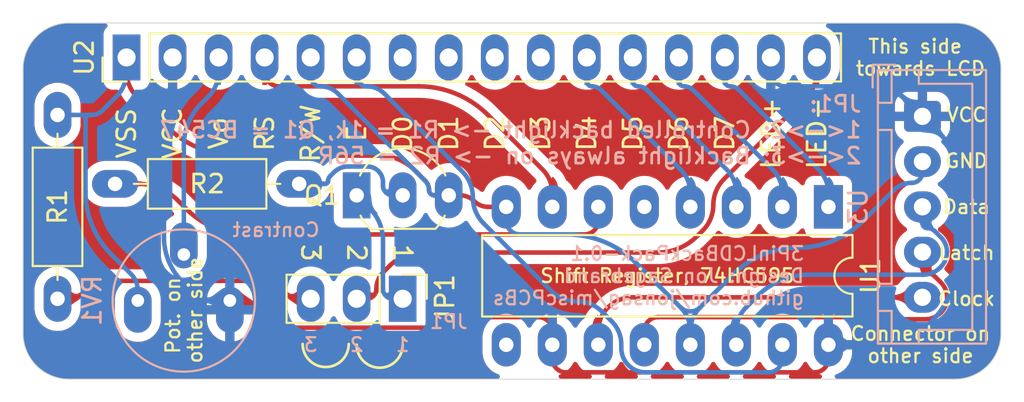
<source format=kicad_pcb>
(kicad_pcb (version 20240108) (generator "pcbnew") (generator_version "8.0")
  (title_block (title "3PinLCDBackPack") (date "2022-09-09") (rev "0.1"))
  (layers (0 "F.Cu" signal) (31 "B.Cu" signal) (34 "B.Paste" user) (35 "F.Paste" user) (36 "B.SilkS" user "B.Silkscreen") (37 "F.SilkS" user "F.Silkscreen") (38 "B.Mask" user) (39 "F.Mask" user) (44 "Edge.Cuts" user))
  (net 0 "")
  (net 1 "Net-(Q1-Pad2)")
  (net 2 "Net-(RV1-Pad2)")
  (net 3 "Net-(U1-Pad15)")
  (net 4 "Net-(U1-Pad7)")
  (net 5 "Net-(U1-Pad4)")
  (net 6 "Net-(U1-Pad3)")
  (net 7 "Net-(U1-Pad2)")
  (net 8 "Net-(U1-Pad1)")
  (net 9 "Net-(JP1-Pad1)")
  (net 10 "Net-(JP1-Pad2)")
  (net 11 "Net-(JP1-Pad3)")
  (net 12 "GND")
  (net 13 "VCC")
  (net 16 "Net-(U1-Pad11)")
  (net 17 "Net-(U1-Pad12)")
  (net 18 "Net-(U1-Pad14)")
  (net 23 "Net-(R2-Pad1)")
  (footprint "My_Misc:TO-92_Inline_Wide_large" (layer "F.Cu") (at 149.86 61.595)
    (property "Reference" "Q1")
    (property "Value" "BC547")
  )
  (footprint "My_Misc:DIP-16_W7.62mm_LongPads w socket" (layer "F.Cu") (at 175.895 62.23 -90)
    (property "Reference" "U1")
    (property "Value" "74HC595")
  )
  (footprint "My_Parts:LCD_HD44780_16x2_w_headers_no outlinelarge" (layer "F.Cu") (at 137.16 53.975)
    (property "Reference" "U2")
    (property "Value" "LCD_HD44780" (hide yes))
  )
  (footprint "My_Misc:R_Axial_DIN0207_L6.3mm_D2.5mm_P10.16mm_Horizontal_larger_pads" (layer "F.Cu") (at 133.35 57.15 -90)
    (property "Reference" "R1")
    (property "Value" "56R" (hide yes))
  )
  (footprint "My_Misc:R_Axial_DIN0207_L6.3mm_D2.5mm_P10.16mm_Horizontal_larger_pads" (layer "F.Cu") (at 136.525 60.96)
    (property "Reference" "R2")
    (property "Value" "1k")
  )
  (footprint "My_Parts:Angled_Jumper_1x03_P2.54mm_large" (layer "F.Cu") (at 152.4 67.31 -90)
    (property "Reference" "JP1")
    (property "Value" "Backlight control" (hide yes))
  )
  (footprint "My_Misc:Potentiometer_Bourns_3339P_Vertical_large" (layer "B.Cu") (at 142.86 67.4065 -90)
    (property "Reference" "RV1")
    (property "Value" "10k")
  )
  (footprint "My_Headers:5-pin JST LiquidCrystal595" (layer "B.Cu") (at 181.085 57.23 -90)
    (property "Reference" "U3")
    (property "Value" "5-pin_LiquidCrystal595_connector" (hide yes))
  )
  (gr_line (start 131.445 69.215) (end 131.445 54.61) (stroke (width 0.05)) (layer "Edge.Cuts"))
  (gr_arc (start 133.985 71.755) (mid 132.188949 71.011051) (end 131.445 69.215) (stroke (width 0.05)) (layer "Edge.Cuts"))
  (gr_line (start 133.985 52.07) (end 182.88 52.07) (stroke (width 0.05)) (layer "Edge.Cuts"))
  (gr_arc (start 185.42 69.215) (mid 184.676051 71.011051) (end 182.88 71.755) (stroke (width 0.05)) (layer "Edge.Cuts"))
  (gr_line (start 182.88 71.755) (end 181.61 71.755) (stroke (width 0.05)) (layer "Edge.Cuts"))
  (gr_line (start 185.42 69.215) (end 185.42 54.61) (stroke (width 0.05)) (layer "Edge.Cuts"))
  (gr_line (start 181.61 71.755) (end 133.985 71.755) (stroke (width 0.05)) (layer "Edge.Cuts"))
  (gr_arc (start 131.445 54.61) (mid 132.188949 52.813949) (end 133.985 52.07) (stroke (width 0.05)) (layer "Edge.Cuts"))
  (gr_arc (start 182.88 52.07) (mid 184.676051 52.813949) (end 185.42 54.61) (stroke (width 0.05)) (layer "Edge.Cuts"))
  (gr_text "2" (at 149.86 69.85 0) (layer "B.SilkS") (effects (font (size 0.762 0.762) (thickness 0.127)) (justify mirror)))
  (gr_text "3" (at 147.32 69.85 0) (layer "B.SilkS") (effects (font (size 0.762 0.762) (thickness 0.127)) (justify mirror)))
  (gr_text "Contrast" (at 145.415 63.5 0) (layer "B.SilkS") (effects (font (size 0.762 0.762) (thickness 0.127)) (justify mirror)))
  (gr_text "JP1" (at 154.94 68.58 0) (layer "B.SilkS") (effects (font (size 0.762 0.762) (thickness 0.127)) (justify mirror)))
  (gr_text "${TITLE}-${REVISION}\nDesign: Jon Sagebrand\ngithub.com/jonsag/miscPCBs" (at 174.625 66.04 0) (layer "B.SilkS") (effects (font (size 0.762 0.762) (thickness 0.127)) (justify left mirror)))
  (gr_text "1" (at 152.4 69.85 0) (layer "B.SilkS") (effects (font (size 0.762 0.762) (thickness 0.127)) (justify mirror)))
  (gr_text "JP1:\n1<->2: Controlled backlight -> R1 = 1k, Q1 = BC547\n2<->3: Backlight always on -> R2 = 56R" (at 177.8 57.979996 0) (layer "B.SilkS") (effects (font (size 0.889 0.889)) (justify left mirror)))
  (gr_text "Clock" (at 183.515 67.31 0) (layer "F.SilkS") (effects (font (size 0.762 0.762) (thickness 0.127))))
  (gr_text "Data" (at 183.515 62.23 0) (layer "F.SilkS") (effects (font (size 0.762 0.762) (thickness 0.127))))
  (gr_text "Latch" (at 183.515 64.77 0) (layer "F.SilkS") (effects (font (size 0.762 0.762) (thickness 0.127))))
  (gr_text "VCC" (at 183.515 57.15 0) (layer "F.SilkS") (effects (font (size 0.762 0.762) (thickness 0.127))))
  (gr_text "Shift Register, 74HC595" (at 167.005 66.04 0) (layer "F.SilkS") (effects (font (size 0.762 0.762) (thickness 0.127))))
  (gr_text "Pot. on \nother side" (at 140.335 67.945 90) (layer "F.SilkS") (effects (font (size 0.762 0.762) (thickness 0.127))))
  (gr_text "GND" (at 183.515 59.69 0) (layer "F.SilkS") (effects (font (size 0.762 0.762) (thickness 0.127))))
  (gr_text "Connector on\nother side" (at 180.975 69.85 0) (layer "F.SilkS") (effects (font (size 0.762 0.762) (thickness 0.127))))
  (gr_text "This side \ntowards LCD" (at 180.975 53.975 0) (layer "F.SilkS") (effects (font (size 0.762 0.762) (thickness 0.127))))
  (segment (start 151.3127 61.05135) (end 151.3127 60.86691) (width 0.25) (layer "B.Cu") (net 1))
  (segment (start 148.390396 60.538503) (end 148.60475 60.32415) (width 0.25) (layer "B.Cu") (net 1))
  (segment (start 151.85635 61.595) (end 152.4 61.595) (width 0.25) (layer "B.Cu") (net 1))
  (segment (start 150.445489 59.9997) (end 149.388041 59.9997) (width 0.25) (layer "B.Cu") (net 1))
  (segment (start 148.1246 60.96) (end 146.685 60.96) (width 0.25) (layer "B.Cu") (net 1))
  (arc (start 149.388041 59.9997) (mid 148.964127 60.084021) (end 148.60475 60.32415) (width 0.25) (layer "B.Cu") (net 1))
  (arc (start 148.2803 60.8043) (mid 148.234696 60.914396) (end 148.1246 60.96) (width 0.25) (layer "B.Cu") (net 1))
  (arc (start 151.3127 61.05135) (mid 151.471931 61.435768) (end 151.85635 61.595) (width 0.25) (layer "B.Cu") (net 1))
  (arc (start 151.0587 60.2537) (mid 150.777356 60.065712) (end 150.445489 59.9997) (width 0.25) (layer "B.Cu") (net 1))
  (arc (start 151.0587 60.2537) (mid 151.246687 60.535043) (end 151.3127 60.86691) (width 0.25) (layer "B.Cu") (net 1))
  (arc (start 148.390396 60.538503) (mid 148.308913 60.660451) (end 148.2803 60.8043) (width 0.25) (layer "B.Cu") (net 1))
  (segment (start 140.32 58.847945) (end 140.32 64.8665) (width 0.25) (layer "B.Cu") (net 2))
  (segment (start 141.675976 56.134323) (end 141.28 56.5303) (width 0.25) (layer "B.Cu") (net 2))
  (segment (start 142.24 54.77265) (end 142.24 53.975) (width 0.25) (layer "B.Cu") (net 2))
  (arc (start 141.28 56.5303) (mid 140.569495 57.593644) (end 140.32 58.847945) (width 0.25) (layer "B.Cu") (net 2))
  (arc (start 142.24 54.77265) (mid 142.093414 55.509582) (end 141.675976 56.134323) (width 0.25) (layer "B.Cu") (net 2))
  (segment (start 164.465 70.031636) (end 164.465 69.83675) (width 0.25) (layer "B.Cu") (net 3))
  (segment (start 155.674553 60.263153) (end 151.37828 55.96688) (width 0.25) (layer "B.Cu") (net 3))
  (segment (start 156.869846 63.148846) (end 160.58226 66.86126) (width 0.25) (layer "B.Cu") (net 3))
  (segment (start 163.413839 68.034139) (end 163.933644 68.553944) (width 0.25) (layer "B.Cu") (net 3))
  (segment (start 149.86 55.00945) (end 149.86 53.975) (width 0.25) (layer "B.Cu") (net 3))
  (segment (start 172.59235 71.3753) (end 165.808663 71.3753) (width 0.25) (layer "B.Cu") (net 3))
  (segment (start 173.355 70.61265) (end 173.355 69.85) (width 0.25) (layer "B.Cu") (net 3))
  (arc (start 163.933644 68.553944) (mid 164.326905 69.1425) (end 164.465 69.83675) (width 0.25) (layer "B.Cu") (net 3))
  (arc (start 151.37828 55.96688) (mid 150.939007 55.673367) (end 150.42085 55.5703) (width 0.25) (layer "B.Cu") (net 3))
  (arc (start 164.85855 70.98175) (mid 165.294465 71.273019) (end 165.808663 71.3753) (width 0.25) (layer "B.Cu") (net 3))
  (arc (start 149.86 55.00945) (mid 150.024269 55.40603) (end 150.42085 55.5703) (width 0.25) (layer "B.Cu") (net 3))
  (arc (start 164.465 70.031636) (mid 164.56728 70.545834) (end 164.85855 70.98175) (width 0.25) (layer "B.Cu") (net 3))
  (arc (start 160.58226 66.86126) (mid 161.23183 67.295289) (end 161.99805 67.4477) (width 0.25) (layer "B.Cu") (net 3))
  (arc (start 173.355 70.61265) (mid 173.131624 71.151924) (end 172.59235 71.3753) (width 0.25) (layer "B.Cu") (net 3))
  (arc (start 163.413839 68.034139) (mid 162.764269 67.60011) (end 161.99805 67.4477) (width 0.25) (layer "B.Cu") (net 3))
  (arc (start 155.674553 60.263153) (mid 156.116876 60.925136) (end 156.2722 61.706) (width 0.25) (layer "B.Cu") (net 3))
  (arc (start 156.2722 61.706) (mid 156.427523 62.486862) (end 156.869846 63.148846) (width 0.25) (layer "B.Cu") (net 3))
  (segment (start 160.655 61.46735) (end 160.655 62.23) (width 0.25) (layer "F.Cu") (net 4))
  (segment (start 145.57765 55.5703) (end 153.266636 55.5703) (width 0.25) (layer "F.Cu") (net 4))
  (segment (start 144.78 54.77265) (end 144.78 53.975) (width 0.25) (layer "F.Cu") (net 4))
  (segment (start 160.115725 60.165425) (end 157.114392 57.164092) (width 0.25) (layer "F.Cu") (net 4))
  (arc (start 144.78 54.77265) (mid 145.013626 55.336673) (end 145.57765 55.5703) (width 0.25) (layer "F.Cu") (net 4))
  (arc (start 157.114392 57.164092) (mid 155.349026 55.984513) (end 153.266636 55.5703) (width 0.25) (layer "F.Cu") (net 4))
  (arc (start 160.115725 60.165425) (mid 160.514846 60.762753) (end 160.655 61.46735) (width 0.25) (layer "F.Cu") (net 4))
  (segment (start 162.56 55.28) (end 162.56 53.975) (width 0.25) (layer "B.Cu") (net 5))
  (segment (start 167.735725 60.165425) (end 163.345873 55.775573) (width 0.25) (layer "B.Cu") (net 5))
  (segment (start 168.275 61.46735) (end 168.275 62.23) (width 0.25) (layer "B.Cu") (net 5))
  (arc (start 163.345873 55.775573) (mid 163.118502 55.623648) (end 162.8503 55.5703) (width 0.25) (layer "B.Cu") (net 5))
  (arc (start 162.56 55.28) (mid 162.645026 55.485273) (end 162.8503 55.5703) (width 0.25) (layer "B.Cu") (net 5))
  (arc (start 167.735725 60.165425) (mid 168.134846 60.762753) (end 168.275 61.46735) (width 0.25) (layer "B.Cu") (net 5))
  (segment (start 165.1 55.28) (end 165.1 53.975) (width 0.25) (layer "B.Cu") (net 6))
  (segment (start 170.275725 60.165425) (end 165.885873 55.775573) (width 0.25) (layer "B.Cu") (net 6))
  (segment (start 170.815 61.46735) (end 170.815 62.23) (width 0.25) (layer "B.Cu") (net 6))
  (arc (start 165.885873 55.775573) (mid 165.658502 55.623648) (end 165.3903 55.5703) (width 0.25) (layer "B.Cu") (net 6))
  (arc (start 170.275725 60.165425) (mid 170.674846 60.762753) (end 170.815 61.46735) (width 0.25) (layer "B.Cu") (net 6))
  (arc (start 165.1 55.28) (mid 165.185026 55.485273) (end 165.3903 55.5703) (width 0.25) (layer "B.Cu") (net 6))
  (segment (start 172.815725 60.165425) (end 168.425873 55.775573) (width 0.25) (layer "B.Cu") (net 7))
  (segment (start 173.355 61.46735) (end 173.355 62.23) (width 0.25) (layer "B.Cu") (net 7))
  (segment (start 167.64 55.28) (end 167.64 53.975) (width 0.25) (layer "B.Cu") (net 7))
  (arc (start 167.64 55.28) (mid 167.725026 55.485273) (end 167.9303 55.5703) (width 0.25) (layer "B.Cu") (net 7))
  (arc (start 172.815725 60.165425) (mid 173.214846 60.762753) (end 173.355 61.46735) (width 0.25) (layer "B.Cu") (net 7))
  (arc (start 168.425873 55.775573) (mid 168.198502 55.623648) (end 167.9303 55.5703) (width 0.25) (layer "B.Cu") (net 7))
  (segment (start 175.895 61.46735) (end 175.895 62.23) (width 0.25) (layer "B.Cu") (net 8))
  (segment (start 175.355725 60.165425) (end 170.965873 55.775573) (width 0.25) (layer "B.Cu") (net 8))
  (segment (start 170.18 55.28) (end 170.18 53.975) (width 0.25) (layer "B.Cu") (net 8))
  (arc (start 175.355725 60.165425) (mid 175.754846 60.762753) (end 175.895 61.46735) (width 0.25) (layer "B.Cu") (net 8))
  (arc (start 170.18 55.28) (mid 170.265026 55.485273) (end 170.4703 55.5703) (width 0.25) (layer "B.Cu") (net 8))
  (arc (start 170.965873 55.775573) (mid 170.738502 55.623648) (end 170.4703 55.5703) (width 0.25) (layer "B.Cu") (net 8))
  (segment (start 151.85635 67.31) (end 152.4 67.31) (width 0.25) (layer "B.Cu") (net 9))
  (segment (start 150.58635 62.32135) (end 149.86 61.595) (width 0.25) (layer "B.Cu") (net 9))
  (segment (start 151.3127 66.76635) (end 151.3127 64.074914) (width 0.25) (layer "B.Cu") (net 9))
  (arc (start 151.3127 66.76635) (mid 151.471931 67.150768) (end 151.85635 67.31) (width 0.25) (layer "B.Cu") (net 9))
  (arc (start 150.58635 62.32135) (mid 151.123927 63.125892) (end 151.3127 64.074914) (width 0.25) (layer "B.Cu") (net 9))
  (segment (start 175.26 54.77265) (end 175.26 53.975) (width 0.25) (layer "F.Cu") (net 10))
  (segment (start 151.680549 65.489449) (end 151.331718 65.838281) (width 0.25) (layer "F.Cu") (net 10))
  (segment (start 150.40365 67.31) (end 149.86 67.31) (width 0.25) (layer "F.Cu") (net 10))
  (segment (start 174.695976 56.134323) (end 170.134479 60.69582) (width 0.25) (layer "F.Cu") (net 10))
  (segment (start 168.643199 63.854399) (end 168.95552 63.542079) (width 0.25) (layer "F.Cu") (net 10))
  (segment (start 153.450772 64.7562) (end 166.466062 64.7562) (width 0.25) (layer "F.Cu") (net 10))
  (arc (start 150.9473 66.76635) (mid 150.788068 67.150768) (end 150.40365 67.31) (width 0.25) (layer "F.Cu") (net 10))
  (arc (start 151.331718 65.838281) (mid 151.047206 66.264082) (end 150.9473 66.76635) (width 0.25) (layer "F.Cu") (net 10))
  (arc (start 170.134479 60.69582) (mid 169.6982 61.348757) (end 169.545 62.11895) (width 0.25) (layer "F.Cu") (net 10))
  (arc (start 175.26 54.77265) (mid 175.113414 55.509582) (end 174.695976 56.134323) (width 0.25) (layer "F.Cu") (net 10))
  (arc (start 169.545 62.11895) (mid 169.391799 62.889142) (end 168.95552 63.542079) (width 0.25) (layer "F.Cu") (net 10))
  (arc (start 153.450772 64.7562) (mid 152.492734 64.946765) (end 151.680549 65.489449) (width 0.25) (layer "F.Cu") (net 10))
  (arc (start 168.643199 63.854399) (mid 167.64432 64.521829) (end 166.466062 64.7562) (width 0.25) (layer "F.Cu") (net 10))
  (segment (start 144.541127 66.3191) (end 136.128872 66.3191) (width 0.25) (layer "F.Cu") (net 11))
  (segment (start 146.77635 67.31) (end 147.32 67.31) (width 0.25) (layer "F.Cu") (net 11))
  (segment (start 145.848281 66.925581) (end 145.73725 66.81455) (width 0.25) (layer "F.Cu") (net 11))
  (segment (start 133.89365 67.31) (end 133.35 67.31) (width 0.25) (layer "F.Cu") (net 11))
  (segment (start 134.821718 66.925581) (end 134.93275 66.81455) (width 0.25) (layer "F.Cu") (net 11))
  (arc (start 145.73725 66.81455) (mid 145.188464 66.447863) (end 144.541127 66.3191) (width 0.25) (layer "F.Cu") (net 11))
  (arc (start 134.821718 66.925581) (mid 134.395916 67.210092) (end 133.89365 67.31) (width 0.25) (layer "F.Cu") (net 11))
  (arc (start 145.848281 66.925581) (mid 146.274082 67.210092) (end 146.77635 67.31) (width 0.25) (layer "F.Cu") (net 11))
  (arc (start 136.128872 66.3191) (mid 135.481535 66.447863) (end 134.93275 66.81455) (width 0.25) (layer "F.Cu") (net 11))
  (segment (start 151.119451 59.3992) (end 143.242863 59.3992) (width 0.25) (layer "F.Cu") (net 12))
  (segment (start 139.395107 57.805407) (end 137.724023 56.134323) (width 0.25) (layer "F.Cu") (net 12))
  (segment (start 137.16 54.77265) (end 137.16 53.975) (width 0.25) (layer "F.Cu") (net 12))
  (segment (start 155.48365 61.595) (end 155.578287 61.595) (width 0.25) (layer "F.Cu") (net 12))
  (segment (start 153.05215 60.19975) (end 153.642441 60.790041) (width 0.25) (layer "F.Cu") (net 12))
  (segment (start 155.48365 61.595) (end 154.39635 61.595) (width 0.25) (layer "F.Cu") (net 12))
  (segment (start 154.39635 61.595) (end 154.15005 61.595) (width 0.25) (layer "F.Cu") (net 12))
  (segment (start 157.111312 62.23) (end 158.115 62.23) (width 0.25) (layer "F.Cu") (net 12))
  (arc (start 139.395107 57.805407) (mid 141.160472 58.984986) (end 143.242863 59.3992) (width 0.25) (layer "F.Cu") (net 12))
  (arc (start 156.3448 61.9125) (mid 156.696478 62.147484) (end 157.111312 62.23) (width 0.25) (layer "F.Cu") (net 12))
  (arc (start 153.642441 60.790041) (mid 153.798055 61.022934) (end 153.8527 61.29765) (width 0.25) (layer "F.Cu") (net 12))
  (arc (start 137.16 54.77265) (mid 137.306584 55.509582) (end 137.724023 56.134323) (width 0.25) (layer "F.Cu") (net 12))
  (arc (start 153.05215 60.19975) (mid 152.16542 59.607256) (end 151.119451 59.3992) (width 0.25) (layer "F.Cu") (net 12))
  (arc (start 153.8527 61.29765) (mid 153.939791 61.507908) (end 154.15005 61.595) (width 0.25) (layer "F.Cu") (net 12))
  (arc (start 156.3448 61.9125) (mid 155.99312 61.677515) (end 155.578287 61.595) (width 0.25) (layer "F.Cu") (net 12))
  (segment (start 153.642441 60.790041) (end 148.812563 55.960163) (width 0.25) (layer "B.Cu") (net 12))
  (segment (start 154.15005 61.595) (end 154.94 61.595) (width 0.25) (layer "B.Cu") (net 12))
  (segment (start 134.6657 57.15) (end 135.1225 57.15) (width 0.25) (layer "B.Cu") (net 12))
  (segment (start 168.275 69.08735) (end 168.275 69.85) (width 0.25) (layer "B.Cu") (net 12))
  (segment (start 168.814274 67.785424) (end 170.626166 65.973533) (width 0.25) (layer "B.Cu") (net 12))
  (segment (start 161.451636 63.7553) (end 158.87765 63.7553) (width 0.25) (layer "B.Cu") (net 12))
  (segment (start 135.822908 56.907391) (end 136.595976 56.134323) (width 0.25) (layer "B.Cu") (net 12))
  (segment (start 177.822133 62.992866) (end 179.494168 61.320831) (width 0.25) (layer "B.Cu") (net 12))
  (segment (start 135.2372 57.15) (end 135.1225 57.15) (width 0.25) (layer "B.Cu") (net 12))
  (segment (start 134.6657 57.15) (end 134.2089 57.15) (width 0.25) (layer "B.Cu") (net 12))
  (segment (start 136.33705 64.87625) (end 137.395581 65.934781) (width 0.25) (layer "B.Cu") (net 12))
  (segment (start 167.735725 67.785425) (end 165.299392 65.349092) (width 0.25) (layer "B.Cu") (net 12))
  (segment (start 134.8941 61.39266) (end 134.8941 57.3784) (width 0.25) (layer "B.Cu") (net 12))
  (segment (start 158.115 62.99265) (end 158.115 62.23) (width 0.25) (layer "B.Cu") (net 12))
  (segment (start 137.78 66.86285) (end 137.78 67.4065) (width 0.25) (layer "B.Cu") (net 12))
  (segment (start 147.32 55.01895) (end 147.32 53.975) (width 0.25) (layer "B.Cu") (net 12))
  (segment (start 137.16 54.77265) (end 137.16 53.975) (width 0.25) (layer "B.Cu") (net 12))
  (segment (start 134.2089 57.15) (end 133.35 57.15) (width 0.25) (layer "B.Cu") (net 12))
  (segment (start 181.085 60.31765) (end 181.085 59.73) (width 0.25) (layer "B.Cu") (net 12))
  (arc (start 167.735725 67.785425) (mid 168.274999 68.008799) (end 168.814274 67.785424) (width 0.25) (layer "B.Cu") (net 12))
  (arc (start 158.115 62.99265) (mid 158.338375 63.531924) (end 158.87765 63.7553) (width 0.25) (layer "B.Cu") (net 12))
  (arc (start 134.8941 61.39266) (mid 135.26911 63.277965) (end 136.33705 64.87625) (width 0.25) (layer "B.Cu") (net 12))
  (arc (start 137.395581 65.934781) (mid 137.680092 66.360582) (end 137.78 66.86285) (width 0.25) (layer "B.Cu") (net 12))
  (arc (start 148.812563 55.960163) (mid 148.38073 55.671622) (end 147.87135 55.5703) (width 0.25) (layer "B.Cu") (net 12))
  (arc (start 135.822908 56.907391) (mid 135.554182 57.086947) (end 135.2372 57.15) (width 0.25) (layer "B.Cu") (net 12))
  (arc (start 181.085 60.31765) (mid 180.912881 60.733181) (end 180.49735 60.9053) (width 0.25) (layer "B.Cu") (net 12))
  (arc (start 180.49735 60.9053) (mid 179.954432 61.013292) (end 179.494168 61.320831) (width 0.25) (layer "B.Cu") (net 12))
  (arc (start 177.822133 62.992866) (mid 176.171364 64.095874) (end 174.22415 64.4832) (width 0.25) (layer "B.Cu") (net 12))
  (arc (start 134.8941 57.3784) (mid 134.827203 57.216896) (end 134.6657 57.15) (width 0.25) (layer "B.Cu") (net 12))
  (arc (start 153.8527 61.29765) (mid 153.939791 61.507908) (end 154.15005 61.595) (width 0.25) (layer "B.Cu") (net 12))
  (arc (start 137.16 54.77265) (mid 137.013414 55.509582) (end 136.595976 56.134323) (width 0.25) (layer "B.Cu") (net 12))
  (arc (start 135.1225 57.15) (mid 134.960996 57.216896) (end 134.8941 57.3784) (width 0.25) (layer "B.Cu") (net 12))
  (arc (start 153.642441 60.790041) (mid 153.798055 61.022934) (end 153.8527 61.29765) (width 0.25) (layer "B.Cu") (net 12))
  (arc (start 168.814274 67.785424) (mid 168.415152 68.382753) (end 168.275 69.08735) (width 0.25) (layer "B.Cu") (net 12))
  (arc (start 174.22415 64.4832) (mid 172.276935 64.870524) (end 170.626166 65.973533) (width 0.25) (layer "B.Cu") (net 12))
  (arc (start 168.275 69.08735) (mid 168.134846 68.382753) (end 167.735725 67.785425) (width 0.25) (layer "B.Cu") (net 12))
  (arc (start 165.299392 65.349092) (mid 163.534026 64.169513) (end 161.451636 63.7553) (width 0.25) (layer "B.Cu") (net 12))
  (arc (start 147.32 55.01895) (mid 147.481486 55.408813) (end 147.87135 55.5703) (width 0.25) (layer "B.Cu") (net 12))
  (segment (start 155.912616 68.3247) (end 159.89235 68.3247) (width 0.25) (layer "F.Cu") (net 13))
  (segment (start 160.655 69.08735) (end 160.655 70.61265) (width 0.25) (layer "F.Cu") (net 13))
  (segment (start 144.331718 67.790918) (end 144.69675 68.15595) (width 0.25) (layer "F.Cu") (net 13))
  (segment (start 143.40365 67.4065) (end 142.86 67.4065) (width 0.25) (layer "F.Cu") (net 13))
  (segment (start 175.895 70.61265) (end 175.895 69.85) (width 0.25) (layer "F.Cu") (net 13))
  (segment (start 154.510683 68.9054) (end 146.506082 68.9054) (width 0.25) (layer "F.Cu") (net 13))
  (segment (start 175.13235 71.3753) (end 161.41765 71.3753) (width 0.25) (layer "F.Cu") (net 13))
  (arc (start 160.655 70.61265) (mid 160.878375 71.151924) (end 161.41765 71.3753) (width 0.25) (layer "F.Cu") (net 13))
  (arc (start 144.69675 68.15595) (mid 145.526878 68.710624) (end 146.506082 68.9054) (width 0.25) (layer "F.Cu") (net 13))
  (arc (start 175.895 70.61265) (mid 175.671624 71.151924) (end 175.13235 71.3753) (width 0.25) (layer "F.Cu") (net 13))
  (arc (start 155.912616 68.3247) (mid 155.533256 68.400159) (end 155.21165 68.61505) (width 0.25) (layer "F.Cu") (net 13))
  (arc (start 155.21165 68.61505) (mid 154.890043 68.82994) (end 154.510683 68.9054) (width 0.25) (layer "F.Cu") (net 13))
  (arc (start 160.655 69.08735) (mid 160.431624 68.548075) (end 159.89235 68.3247) (width 0.25) (layer "F.Cu") (net 13))
  (arc (start 144.331718 67.790918) (mid 143.905916 67.506406) (end 143.40365 67.4065) (width 0.25) (layer "F.Cu") (net 13))
  (segment (start 140.719219 66.847319) (end 140.2509 66.379) (width 0.25) (layer "B.Cu") (net 13))
  (segment (start 178.419837 69.85) (end 175.895 69.85) (width 0.25) (layer "B.Cu") (net 13))
  (segment (start 181.91485 58.05985) (end 182.01425 58.15925) (width 0.25) (layer "B.Cu") (net 13))
  (segment (start 180.25515 56.40015) (end 181.91485 58.05985) (width 0.25) (layer "B.Cu") (net 13))
  (segment (start 182.9435 65.326337) (end 182.9435 60.402657) (width 0.25) (layer "B.Cu") (net 13))
  (segment (start 172.72 54.77265) (end 172.72 53.975) (width 0.25) (layer "B.Cu") (net 13))
  (segment (start 139.2234 63.898395) (end 139.2234 56.383907) (width 0.25) (layer "B.Cu") (net 13))
  (segment (start 142.0692 67.4065) (end 142.86 67.4065) (width 0.25) (layer "B.Cu") (net 13))
  (segment (start 178.251714 55.5703) (end 173.51765 55.5703) (width 0.25) (layer "B.Cu") (net 13))
  (segment (start 139.7 55.233292) (end 139.7 53.975) (width 0.25) (layer "B.Cu") (net 13))
  (arc (start 181.61855 68.52505) (mid 180.150968 69.505656) (end 178.419837 69.85) (width 0.25) (layer "B.Cu") (net 13))
  (arc (start 140.719219 66.847319) (mid 141.338595 67.261173) (end 142.0692 67.4065) (width 0.25) (layer "B.Cu") (net 13))
  (arc (start 182.9435 65.326337) (mid 182.599156 67.057468) (end 181.61855 68.52505) (width 0.25) (layer "B.Cu") (net 13))
  (arc (start 180.25515 56.40015) (mid 179.335965 55.78597) (end 178.251714 55.5703) (width 0.25) (layer "B.Cu") (net 13))
  (arc (start 139.4617 55.8086) (mid 139.285332 56.072553) (end 139.2234 56.383907) (width 0.25) (layer "B.Cu") (net 13))
  (arc (start 139.2234 63.898395) (mid 139.490438 65.240888) (end 140.2509 66.379) (width 0.25) (layer "B.Cu") (net 13))
  (arc (start 139.7 55.233292) (mid 139.638067 55.544646) (end 139.4617 55.8086) (width 0.25) (layer "B.Cu") (net 13))
  (arc (start 182.01425 58.15925) (mid 182.701995 59.188534) (end 182.9435 60.402657) (width 0.25) (layer "B.Cu") (net 13))
  (arc (start 172.72 54.77265) (mid 172.953626 55.336673) (end 173.51765 55.5703) (width 0.25) (layer "B.Cu") (net 13))
  (segment (start 180.41435 67.23) (end 179.07305 67.23) (width 0.25) (layer "F.Cu") (net 16))
  (segment (start 163.195 69.08735) (end 163.195 69.85) (width 0.25) (layer "F.Cu") (net 16))
  (segment (start 180.41435 67.23) (end 181.085 67.23) (width 0.25) (layer "F.Cu") (net 16))
  (segment (start 165.063769 67.23) (end 179.07305 67.23) (width 0.25) (layer "F.Cu") (net 16))
  (segment (start 163.742349 67.777349) (end 163.734274 67.785425) (width 0.25) (layer "F.Cu") (net 16))
  (arc (start 165.063769 67.23) (mid 164.348622 67.372251) (end 163.742349 67.777349) (width 0.25) (layer "F.Cu") (net 16))
  (arc (start 163.734274 67.785425) (mid 163.335152 68.382753) (end 163.195 69.08735) (width 0.25) (layer "F.Cu") (net 16))
  (segment (start 181.230208 68.4427) (end 179.945138 68.4427) (width 0.25) (layer "F.Cu") (net 17))
  (segment (start 182.103826 68.073673) (end 182.0916 68.0859) (width 0.25) (layer "F.Cu") (net 17))
  (segment (start 181.780997 66.087097) (end 182.103826 66.409926) (width 0.25) (layer "F.Cu") (net 17))
  (segment (start 165.735 69.08735) (end 165.735 69.85) (width 0.25) (layer "F.Cu") (net 17))
  (segment (start 181.085 65.6482) (end 181.085 64.73) (width 0.25) (layer "F.Cu") (net 17))
  (segment (start 179.660261 68.3247) (end 166.49765 68.3247) (width 0.25) (layer "F.Cu") (net 17))
  (arc (start 179.8027 68.3837) (mid 179.737348 68.340033) (end 179.660261 68.3247) (width 0.25) (layer "F.Cu") (net 17))
  (arc (start 182.103826 66.409926) (mid 182.358848 66.791593) (end 182.4484 67.2418) (width 0.25) (layer "F.Cu") (net 17))
  (arc (start 182.0916 68.0859) (mid 181.69639 68.34997) (end 181.230208 68.4427) (width 0.25) (layer "F.Cu") (net 17))
  (arc (start 182.4484 67.2418) (mid 182.358848 67.692006) (end 182.103826 68.073673) (width 0.25) (layer "F.Cu") (net 17))
  (arc (start 181.780997 66.087097) (mid 181.579629 65.952547) (end 181.3421 65.9053) (width 0.25) (layer "F.Cu") (net 17))
  (arc (start 166.49765 68.3247) (mid 165.958375 68.548075) (end 165.735 69.08735) (width 0.25) (layer "F.Cu") (net 17))
  (arc (start 181.085 65.6482) (mid 181.160302 65.829997) (end 181.3421 65.9053) (width 0.25) (layer "F.Cu") (net 17))
  (arc (start 179.8027 68.3837) (mid 179.868051 68.427366) (end 179.945138 68.4427) (width 0.25) (layer "F.Cu") (net 17))
  (segment (start 171.987349 67.152349) (end 171.354274 67.785425) (width 0.25) (layer "B.Cu") (net 18))
  (segment (start 182.10312 65.542579) (end 182.05355 65.59215) (width 0.25) (layer "B.Cu") (net 18))
  (segment (start 181.780997 63.587097) (end 182.10312 63.90922) (width 0.25) (layer "B.Cu") (net 18))
  (segment (start 181.085 63.1482) (end 181.085 62.23) (width 0.25) (layer "B.Cu") (net 18))
  (segment (start 174.817653 65.98) (end 181.117197 65.98) (width 0.25) (layer "B.Cu") (net 18))
  (segment (start 170.815 69.08735) (end 170.815 69.85) (width 0.25) (layer "B.Cu") (net 18))
  (arc (start 171.354274 67.785425) (mid 170.955152 68.382753) (end 170.815 69.08735) (width 0.25) (layer "B.Cu") (net 18))
  (arc (start 181.085 63.1482) (mid 181.160302 63.329997) (end 181.3421 63.4053) (width 0.25) (layer "B.Cu") (net 18))
  (arc (start 174.817653 65.98) (mid 173.285903 66.284683) (end 171.987349 67.152349) (width 0.25) (layer "B.Cu") (net 18))
  (arc (start 182.05355 65.59215) (mid 181.623947 65.879201) (end 181.117197 65.98) (width 0.25) (layer "B.Cu") (net 18))
  (arc (start 182.10312 63.90922) (mid 182.353483 64.283916) (end 182.4414 64.7259) (width 0.25) (layer "B.Cu") (net 18))
  (arc (start 181.780997 63.587097) (mid 181.579629 63.452547) (end 181.3421 63.4053) (width 0.25) (layer "B.Cu") (net 18))
  (arc (start 182.4414 64.7259) (mid 182.353483 65.167883) (end 182.10312 65.542579) (width 0.25) (layer "B.Cu") (net 18))
  (segment (start 137.7996 60.96) (end 136.525 60.96) (width 0.25) (layer "F.Cu") (net 23))
  (segment (start 139.975478 61.861278) (end 140.47185 62.35765) (width 0.25) (layer "F.Cu") (net 23))
  (segment (start 143.846075 63.7553) (end 162.43235 63.7553) (width 0.25) (layer "F.Cu") (net 23))
  (segment (start 163.195 62.99265) (end 163.195 62.23) (width 0.25) (layer "F.Cu") (net 23))
  (arc (start 163.195 62.99265) (mid 162.971624 63.531924) (end 162.43235 63.7553) (width 0.25) (layer "F.Cu") (net 23))
  (arc (start 140.47185 62.35765) (mid 142.019957 63.392062) (end 143.846075 63.7553) (width 0.25) (layer "F.Cu") (net 23))
  (arc (start 139.975478 61.861278) (mid 138.977176 61.194234) (end 137.7996 60.96) (width 0.25) (layer "F.Cu") (net 23))
  (zone (net 4) (net_name "Net-(U1-Pad7)") (layer "F.Cu") (priority 16962) (connect_pads yes (clearance 0)) (min_thickness 0.0254) (fill yes (thermal_gap 0.508) (thermal_bridge_width 0.508))
    (polygon (pts (xy 144.905 55.497) (xy 144.913887 55.317934) (xy 144.939093 55.170728) (xy 144.978431 55.04844) (xy 145.029713 54.944129) (xy 145.090754 54.850857) (xy 145.159366 54.761682) (xy 145.233364 54.669664) (xy 145.310559 54.567862) (xy 145.388767 54.449337) (xy 145.4658 54.307148) (xy 144.78 53.594) (xy 144.0942 54.307148) (xy 144.171232 54.449337) (xy 144.24944 54.567862) (xy 144.326635 54.669664) (xy 144.400633 54.761682) (xy 144.469245 54.850857) (xy 144.530286 54.944129) (xy 144.581568 55.04844) (xy 144.620906 55.170728) (xy 144.646112 55.317934) (xy 144.655 55.497)))
  )
  (zone (net 17) (net_name "Net-(U1-Pad12)") (layer "F.Cu") (priority 16962) (connect_pads yes (clearance 0)) (min_thickness 0.0254) (fill yes (thermal_gap 0.508) (thermal_bridge_width 0.508))
    (polygon (pts (xy 181.695012 65.824337) (xy 181.631909 65.748412) (xy 181.59696 65.676789) (xy 181.586156 65.608149) (xy 181.595491 65.541175) (xy 181.620957 65.474548) (xy 181.658546 65.406951) (xy 181.704253 65.337067) (xy 181.754068 65.263576) (xy 181.803986 65.185161) (xy 181.85 65.100506) (xy 181.085 64.305) (xy 180.48396 65.33104) (xy 180.594619 65.431501) (xy 180.697392 65.506595) (xy 180.794634 65.563045) (xy 180.888699 65.607579) (xy 180.981942 65.646919) (xy 181.076717 65.687792) (xy 181.17538 65.736923) (xy 181.280284 65.801036) (xy 181.393785 65.886857) (xy 181.518237 66.001112)))
  )
  (zone (net 17) (net_name "Net-(U1-Pad12)") (layer "F.Cu") (priority 16962) (connect_pads yes (clearance 0)) (min_thickness 0.0254) (fill yes (thermal_gap 0.508) (thermal_bridge_width 0.508))
    (polygon (pts (xy 165.8097 68.1997) (xy 165.714056 68.223508) (xy 165.67416 68.288131) (xy 165.676454 68.383364) (xy 165.70738 68.499005) (xy 165.753381 68.62485) (xy 165.8009 68.750694) (xy 165.836378 68.866335) (xy 165.84626 68.961568) (xy 165.816986 69.026191) (xy 165.735 69.05) (xy 165.735 70.25) (xy 166.455 69.501289) (xy 166.362677 69.352918) (xy 166.237647 69.203992) (xy 166.094491 69.058317) (xy 165.947791 68.919706) (xy 165.812127 68.791967) (xy 165.702081 68.67891) (xy 165.632234 68.584345) (xy 165.617167 68.512082) (xy 165.671462 68.46593) (xy 165.8097 68.4497)))
  )
  (zone (net 13) (net_name "VCC") (layer "F.Cu") (priority 16962) (connect_pads yes (clearance 0)) (min_thickness 0.0254) (fill yes (thermal_gap 0.508) (thermal_bridge_width 0.508))
    (polygon (pts (xy 160.5803 68.4497) (xy 160.718537 68.46593) (xy 160.772832 68.512082) (xy 160.757765 68.584345) (xy 160.687918 68.67891) (xy 160.577872 68.791967) (xy 160.442208 68.919706) (xy 160.295508 69.058317) (xy 160.152352 69.203992) (xy 160.027322 69.352918) (xy 159.935 69.501289) (xy 160.655 70.25) (xy 160.655 69.05) (xy 160.573013 69.026191) (xy 160.543739 68.961568) (xy 160.553621 68.866335) (xy 160.589099 68.750694) (xy 160.636618 68.62485) (xy 160.682619 68.499005) (xy 160.713545 68.383364) (xy 160.715839 68.288131) (xy 160.675943 68.223508) (xy 160.5803 68.1997)))
  )
  (zone (net 4) (net_name "Net-(U1-Pad7)") (layer "F.Cu") (priority 16962) (connect_pads yes (clearance 0)) (min_thickness 0.0254) (fill yes (thermal_gap 0.508) (thermal_bridge_width 0.508))
    (polygon (pts (xy 160.513791 60.740267) (xy 160.614141 60.868432) (xy 160.650893 60.983913) (xy 160.634711 61.090293) (xy 160.576258 61.191158) (xy 160.486198 61.290092) (xy 160.375193 61.390682) (xy 160.253907 61.496511) (xy 160.133004 61.611165) (xy 160.023147 61.738229) (xy 159.935 61.881289) (xy 160.655 62.63) (xy 161.220685 61.664315) (xy 161.124975 61.552625) (xy 161.060803 61.445079) (xy 161.019899 61.340256) (xy 160.993996 61.236737) (xy 160.974825 61.133102) (xy 160.954118 61.02793) (xy 160.923607 60.919803) (xy 160.875023 60.807301) (xy 160.800099 60.689003) (xy 160.690567 60.563491)))
  )
  (zone (net 23) (net_name "Net-(R2-Pad1)") (layer "F.Cu") (priority 16962) (connect_pads yes (clearance 0)) (min_thickness 0.0254) (fill yes (thermal_gap 0.508) (thermal_bridge_width 0.508))
    (polygon (pts (xy 138.047 60.835) (xy 137.867934 60.826112) (xy 137.720728 60.800906) (xy 137.59844 60.761568) (xy 137.494129 60.710286) (xy 137.400857 60.649245) (xy 137.311682 60.580633) (xy 137.219664 60.506635) (xy 137.117862 60.42944) (xy 136.999337 60.351232) (xy 136.857148 60.2742) (xy 136.144 60.96) (xy 136.857148 61.6458) (xy 136.999337 61.568767) (xy 137.117862 61.490559) (xy 137.219664 61.413364) (xy 137.311682 61.339366) (xy 137.400857 61.270754) (xy 137.494129 61.209713) (xy 137.59844 61.158431) (xy 137.720728 61.119093) (xy 137.867934 61.093887) (xy 138.047 61.085)))
  )
  (zone (net 13) (net_name "VCC") (layer "F.Cu") (priority 16962) (connect_pads yes (clearance 0)) (min_thickness 0.0254) (fill yes (thermal_gap 0.508) (thermal_bridge_width 0.508))
    (polygon (pts (xy 160.7297 71.2503) (xy 160.591462 71.234069) (xy 160.537167 71.187917) (xy 160.552234 71.115654) (xy 160.622081 71.021089) (xy 160.732127 70.908032) (xy 160.867791 70.780293) (xy 161.014491 70.641682) (xy 161.157647 70.496007) (xy 161.282677 70.347081) (xy 161.375 70.198711) (xy 160.655 69.45) (xy 160.655 70.65) (xy 160.736986 70.673808) (xy 160.76626 70.738431) (xy 160.756378 70.833664) (xy 160.7209 70.949305) (xy 160.673381 71.07515) (xy 160.62738 71.200994) (xy 160.596454 71.316635) (xy 160.59416 71.411868) (xy 160.634056 71.476491) (xy 160.7297 71.5003)))
  )
  (zone (net 13) (net_name "VCC") (layer "F.Cu") (priority 16962) (connect_pads yes (clearance 0)) (min_thickness 0.0254) (fill yes (thermal_gap 0.508) (thermal_bridge_width 0.508))
    (polygon (pts (xy 175.8203 71.5003) (xy 175.915943 71.476491) (xy 175.955839 71.411868) (xy 175.953545 71.316635) (xy 175.922619 71.200994) (xy 175.876618 71.07515) (xy 175.829099 70.949305) (xy 175.793621 70.833664) (xy 175.783739 70.738431) (xy 175.813013 70.673808) (xy 175.895 70.65) (xy 175.895 69.45) (xy 175.175 70.198711) (xy 175.267322 70.347081) (xy 175.392352 70.496007) (xy 175.535508 70.641682) (xy 175.682208 70.780293) (xy 175.817872 70.908032) (xy 175.927918 71.021089) (xy 175.997765 71.115654) (xy 176.012832 71.187917) (xy 175.958537 71.234069) (xy 175.8203 71.2503)))
  )
  (zone (net 12) (net_name "GND") (layer "F.Cu") (connect_pads (clearance 0.508)) (min_thickness 0.254) (fill yes (thermal_gap 0.508) (thermal_bridge_width 0.508))
    (polygon (pts (xy 186.055 72.39) (xy 130.81 72.39) (xy 130.81 51.435) (xy 186.055 51.435)))
  )
  (zone (net 11) (net_name "Net-(JP1-Pad3)") (layer "F.Cu") (priority 16962) (connect_pads yes (clearance 0)) (min_thickness 0.0254) (fill yes (thermal_gap 0.508) (thermal_bridge_width 0.508))
    (polygon (pts (xy 145.829862 67.083938) (xy 145.951113 67.199968) (xy 146.058049 67.292734) (xy 146.153861 67.367665) (xy 146.241742 67.430189) (xy 146.324883 67.485736) (xy 146.406475 67.539734) (xy 146.489709 67.597612) (xy 146.577778 67.664798) (xy 146.673873 67.746723) (xy 146.781185 67.848815) (xy 147.701 67.31) (xy 146.987852 66.6242) (xy 146.871816 66.689484) (xy 146.765112 66.76353) (xy 146.665733 66.839968) (xy 146.571673 66.912431) (xy 146.480925 66.974552) (xy 146.391482 67.019963) (xy 146.301339 67.042297) (xy 146.208488 67.035186) (xy 146.110923 66.992264) (xy 146.006638 66.907162)))
  )
  (zone (net 11) (net_name "Net-(JP1-Pad3)") (layer "F.Cu") (priority 16962) (connect_pads yes (clearance 0)) (min_thickness 0.0254) (fill yes (thermal_gap 0.508) (thermal_bridge_width 0.508))
    (polygon (pts (xy 134.663362 66.907162) (xy 134.559076 66.992264) (xy 134.461511 67.035186) (xy 134.36866 67.042297) (xy 134.278517 67.019963) (xy 134.189074 66.974552) (xy 134.098326 66.912431) (xy 134.004266 66.839968) (xy 133.904887 66.76353) (xy 133.798183 66.689484) (xy 133.682148 66.6242) (xy 132.969 67.31) (xy 133.888815 67.848815) (xy 133.996126 67.746723) (xy 134.092221 67.664798) (xy 134.18029 67.597612) (xy 134.263524 67.539734) (xy 134.345116 67.485736) (xy 134.428257 67.430189) (xy 134.516138 67.367665) (xy 134.61195 67.292734) (xy 134.718886 67.199968) (xy 134.840138 67.083938)))
  )
  (zone (net 16) (net_name "Net-(U1-Pad11)") (layer "F.Cu") (priority 16962) (connect_pads yes (clearance 0)) (min_thickness 0.0254) (fill yes (thermal_gap 0.508) (thermal_bridge_width 0.508))
    (polygon (pts (xy 163.159433 68.183491) (xy 163.0499 68.309003) (xy 162.974976 68.427301) (xy 162.926392 68.539803) (xy 162.895881 68.64793) (xy 162.875174 68.753102) (xy 162.856003 68.856737) (xy 162.8301 68.960256) (xy 162.789196 69.065079) (xy 162.725024 69.172625) (xy 162.629315 69.284315) (xy 163.195 70.25) (xy 163.915 69.501289) (xy 163.826852 69.358229) (xy 163.716995 69.231165) (xy 163.596092 69.116511) (xy 163.474806 69.010682) (xy 163.363801 68.910092) (xy 163.273741 68.811158) (xy 163.215288 68.710293) (xy 163.199106 68.603913) (xy 163.235858 68.488432) (xy 163.336209 68.360267)))
  )
  (zone (net 10) (net_name "Net-(JP1-Pad2)") (layer "F.Cu") (priority 16962) (connect_pads yes (clearance 0)) (min_thickness 0.0254) (fill yes (thermal_gap 0.508) (thermal_bridge_width 0.508))
    (polygon (pts (xy 150.8223 66.8653) (xy 150.811872 66.94402) (xy 150.782424 66.982195) (xy 150.736706 66.986461) (xy 150.677467 66.963451) (xy 150.607459 66.919802) (xy 150.529433 66.862149) (xy 150.446138 66.797127) (xy 150.360325 66.731371) (xy 150.274745 66.671517) (xy 150.192148 66.6242) (xy 149.479 67.31) (xy 150.622 67.31) (xy 150.634608 67.238396) (xy 150.668831 67.187153) (xy 150.719264 67.150896) (xy 150.780505 67.124251) (xy 150.84715 67.101844) (xy 150.913794 67.078302) (xy 150.975035 67.048251) (xy 151.025468 67.006316) (xy 151.059691 66.947123) (xy 151.0723 66.8653)))
  )
  (zone (net 10) (net_name "Net-(JP1-Pad2)") (layer "F.Cu") (priority 16962) (connect_pads yes (clearance 0)) (min_thickness 0.0254) (fill yes (thermal_gap 0.508) (thermal_bridge_width 0.508))
    (polygon (pts (xy 175.385 55.497) (xy 175.393887 55.317934) (xy 175.419093 55.170728) (xy 175.458431 55.04844) (xy 175.509713 54.944129) (xy 175.570754 54.850857) (xy 175.639366 54.761682) (xy 175.713364 54.669664) (xy 175.790559 54.567862) (xy 175.868767 54.449337) (xy 175.9458 54.307148) (xy 175.26 53.594) (xy 174.5742 54.307148) (xy 174.651232 54.449337) (xy 174.72944 54.567862) (xy 174.806635 54.669664) (xy 174.880633 54.761682) (xy 174.949245 54.850857) (xy 175.010286 54.944129) (xy 175.061568 55.04844) (xy 175.100906 55.170728) (xy 175.126112 55.317934) (xy 175.135 55.497)))
  )
  (zone (net 23) (net_name "Net-(R2-Pad1)") (layer "F.Cu") (priority 16962) (connect_pads yes (clearance 0)) (min_thickness 0.0254) (fill yes (thermal_gap 0.508) (thermal_bridge_width 0.508))
    (polygon (pts (xy 163.1203 63.8803) (xy 163.215943 63.856491) (xy 163.255839 63.791868) (xy 163.253545 63.696635) (xy 163.222619 63.580994) (xy 163.176618 63.45515) (xy 163.129099 63.329305) (xy 163.093621 63.213664) (xy 163.083739 63.118431) (xy 163.113013 63.053808) (xy 163.195 63.03) (xy 163.195 61.83) (xy 162.475 62.578711) (xy 162.567322 62.727081) (xy 162.692352 62.876007) (xy 162.835508 63.021682) (xy 162.982208 63.160293) (xy 163.117872 63.288032) (xy 163.227918 63.401089) (xy 163.297765 63.495654) (xy 163.312832 63.567917) (xy 163.258537 63.614069) (xy 163.1203 63.6303)))
  )
  (zone (net 16) (net_name "Net-(U1-Pad11)") (layer "F.Cu") (priority 16962) (connect_pads yes (clearance 0)) (min_thickness 0.0254) (fill yes (thermal_gap 0.508) (thermal_bridge_width 0.508))
    (polygon (pts (xy 179.385 67.355) (xy 179.585675 67.365255) (xy 179.750297 67.394307) (xy 179.886742 67.439586) (xy 180.002886 67.498522) (xy 180.106605 67.568545) (xy 180.205775 67.647084) (xy 180.308273 67.731569) (xy 180.421974 67.81943) (xy 180.554756 67.908097) (xy 180.714494 67.995) (xy 181.51 67.23) (xy 180.714494 66.465) (xy 180.554756 66.551902) (xy 180.421974 66.640569) (xy 180.308273 66.72843) (xy 180.205775 66.812915) (xy 180.106605 66.891454) (xy 180.002886 66.961477) (xy 179.886742 67.020413) (xy 179.750297 67.065692) (xy 179.585675 67.094744) (xy 179.385 67.105)))
  )
  (zone (net 13) (net_name "VCC") (layer "F.Cu") (priority 16962) (connect_pads yes (clearance 0)) (min_thickness 0.0254) (fill yes (thermal_gap 0.508) (thermal_bridge_width 0.508))
    (polygon (pts (xy 144.350138 67.632562) (xy 144.228886 67.516531) (xy 144.12195 67.423765) (xy 144.026138 67.348834) (xy 143.938257 67.28631) (xy 143.855116 67.230763) (xy 143.773524 67.176765) (xy 143.69029 67.118887) (xy 143.602221 67.051701) (xy 143.506126 66.969776) (xy 143.398815 66.867685) (xy 142.479 67.4065) (xy 143.192148 68.0923) (xy 143.308183 68.027015) (xy 143.414887 67.952969) (xy 143.514266 67.876531) (xy 143.608326 67.804068) (xy 143.699074 67.741947) (xy 143.788517 67.696536) (xy 143.87866 67.674202) (xy 143.971511 67.681313) (xy 144.069076 67.724235) (xy 144.173362 67.809338)))
  )
  (zone (net 13) (net_name "VCC") (layer "B.Cu") (priority 16962) (connect_pads yes (clearance 0)) (min_thickness 0.0254) (fill yes (thermal_gap 0.508) (thermal_bridge_width 0.508))
    (polygon (pts (xy 172.845 55.497) (xy 172.853887 55.317934) (xy 172.879093 55.170728) (xy 172.918431 55.04844) (xy 172.969713 54.944129) (xy 173.030754 54.850857) (xy 173.099366 54.761682) (xy 173.173364 54.669664) (xy 173.250559 54.567862) (xy 173.328767 54.449337) (xy 173.4058 54.307148) (xy 172.72 53.594) (xy 172.0342 54.307148) (xy 172.111232 54.449337) (xy 172.18944 54.567862) (xy 172.266635 54.669664) (xy 172.340633 54.761682) (xy 172.409245 54.850857) (xy 172.470286 54.944129) (xy 172.521568 55.04844) (xy 172.560906 55.170728) (xy 172.586112 55.317934) (xy 172.595 55.497)))
  )
  (zone (net 13) (net_name "VCC") (layer "B.Cu") (priority 16962) (connect_pads yes (clearance 0)) (min_thickness 0.0254) (fill yes (thermal_gap 0.508) (thermal_bridge_width 0.508))
    (polygon (pts (xy 182.368398 58.336621) (xy 182.234686 58.18834) (xy 182.139721 58.052119) (xy 182.076109 57.924245) (xy 182.036461 57.801006) (xy 182.013386 57.678691) (xy 181.999492 57.553588) (xy 181.98739 57.421984) (xy 181.969689 57.280167) (xy 181.938997 57.124427) (xy 181.887924 56.951051) (xy 180.78448 56.92948) (xy 180.806051 58.032924) (xy 180.979427 58.083997) (xy 181.135167 58.114689) (xy 181.276984 58.13239) (xy 181.408588 58.144492) (xy 181.533691 58.158386) (xy 181.656006 58.181461) (xy 181.779245 58.221109) (xy 181.907119 58.284721) (xy 182.04334 58.379686) (xy 182.191621 58.513398)))
  )
  (zone (net 5) (net_name "Net-(U1-Pad4)") (layer "B.Cu") (priority 16962) (connect_pads yes (clearance 0)) (min_thickness 0.0254) (fill yes (thermal_gap 0.508) (thermal_bridge_width 0.508))
    (polygon (pts (xy 168.133791 60.740267) (xy 168.234141 60.868432) (xy 168.270893 60.983913) (xy 168.254711 61.090293) (xy 168.196258 61.191158) (xy 168.106198 61.290092) (xy 167.995193 61.390682) (xy 167.873907 61.496511) (xy 167.753004 61.611165) (xy 167.643147 61.738229) (xy 167.555 61.881289) (xy 168.275 62.63) (xy 168.840685 61.664315) (xy 168.744975 61.552625) (xy 168.680803 61.445079) (xy 168.639899 61.340256) (xy 168.613996 61.236737) (xy 168.594825 61.133102) (xy 168.574118 61.02793) (xy 168.543607 60.919803) (xy 168.495023 60.807301) (xy 168.420099 60.689003) (xy 168.310567 60.563491)))
  )
  (zone (net 13) (net_name "VCC") (layer "B.Cu") (priority 16962) (connect_pads yes (clearance 0)) (min_thickness 0.0254) (fill yes (thermal_gap 0.508) (thermal_bridge_width 0.508))
    (polygon (pts (xy 141.338 67.5315) (xy 141.517065 67.540387) (xy 141.664271 67.565593) (xy 141.786559 67.604931) (xy 141.89087 67.656213) (xy 141.984142 67.717254) (xy 142.073317 67.785866) (xy 142.165335 67.859864) (xy 142.267137 67.937059) (xy 142.385662 68.015267) (xy 142.527852 68.0923) (xy 143.241 67.4065) (xy 142.527852 66.7207) (xy 142.385662 66.797732) (xy 142.267137 66.87594) (xy 142.165335 66.953135) (xy 142.073317 67.027133) (xy 141.984142 67.095745) (xy 141.89087 67.156786) (xy 141.786559 67.208068) (xy 141.664271 67.247406) (xy 141.517065 67.272612) (xy 141.338 67.2815)))
  )
  (zone (net 9) (net_name "Net-(JP1-Pad1)") (layer "B.Cu") (priority 16962) (connect_pads yes (clearance 0)) (min_thickness 0.0254) (fill yes (thermal_gap 0.508) (thermal_bridge_width 0.508))
    (polygon (pts (xy 151.024604 62.582828) (xy 150.90427 62.449925) (xy 150.818003 62.328011) (xy 150.759348 62.213724) (xy 150.721852 62.103704) (xy 150.69906 61.994588) (xy 150.68452 61.883016) (xy 150.671778 61.765625) (xy 150.654379 61.639055) (xy 150.62587 61.499944) (xy 150.579798 61.344931) (xy 149.590593 61.325593) (xy 149.609931 62.314798) (xy 149.764944 62.36087) (xy 149.904055 62.389379) (xy 150.030625 62.406778) (xy 150.148016 62.41952) (xy 150.259588 62.43406) (xy 150.368704 62.456852) (xy 150.478724 62.494348) (xy 150.593011 62.553003) (xy 150.714925 62.63927) (xy 150.847828 62.759604)))
  )
  (zone (net 2) (net_name "Net-(RV1-Pad2)") (layer "B.Cu") (priority 16962) (connect_pads yes (clearance 0)) (min_thickness 0.0254) (fill yes (thermal_gap 0.508) (thermal_bridge_width 0.508))
    (polygon (pts (xy 142.365 55.497) (xy 142.373887 55.317934) (xy 142.399093 55.170728) (xy 142.438431 55.04844) (xy 142.489713 54.944129) (xy 142.550754 54.850857) (xy 142.619366 54.761682) (xy 142.693364 54.669664) (xy 142.770559 54.567862) (xy 142.848767 54.449337) (xy 142.9258 54.307148) (xy 142.24 53.594) (xy 141.5542 54.307148) (xy 141.631232 54.449337) (xy 141.70944 54.567862) (xy 141.786635 54.669664) (xy 141.860633 54.761682) (xy 141.929245 54.850857) (xy 141.990286 54.944129) (xy 142.041568 55.04844) (xy 142.080906 55.170728) (xy 142.106112 55.317934) (xy 142.115 55.497)))
  )
  (zone (net 3) (net_name "Net-(U1-Pad15)") (layer "B.Cu") (priority 16962) (connect_pads yes (clearance 0)) (min_thickness 0.0254) (fill yes (thermal_gap 0.508) (thermal_bridge_width 0.508))
    (polygon (pts (xy 173.2803 71.5003) (xy 173.375943 71.476491) (xy 173.415839 71.411868) (xy 173.413545 71.316635) (xy 173.382619 71.200994) (xy 173.336618 71.07515) (xy 173.289099 70.949305) (xy 173.253621 70.833664) (xy 173.243739 70.738431) (xy 173.273013 70.673808) (xy 173.355 70.65) (xy 173.355 69.45) (xy 172.635 70.198711) (xy 172.727322 70.347081) (xy 172.852352 70.496007) (xy 172.995508 70.641682) (xy 173.142208 70.780293) (xy 173.277872 70.908032) (xy 173.387918 71.021089) (xy 173.457765 71.115654) (xy 173.472832 71.187917) (xy 173.418537 71.234069) (xy 173.2803 71.2503)))
  )
  (zone (net 18) (net_name "Net-(U1-Pad14)") (layer "B.Cu") (priority 16962) (connect_pads yes (clearance 0)) (min_thickness 0.0254) (fill yes (thermal_gap 0.508) (thermal_bridge_width 0.508))
    (polygon (pts (xy 170.779433 68.183491) (xy 170.6699 68.309003) (xy 170.594976 68.427301) (xy 170.546392 68.539803) (xy 170.515881 68.64793) (xy 170.495174 68.753102) (xy 170.476003 68.856737) (xy 170.4501 68.960256) (xy 170.409196 69.065079) (xy 170.345024 69.172625) (xy 170.249315 69.284315) (xy 170.815 70.25) (xy 171.535 69.501289) (xy 171.446852 69.358229) (xy 171.336995 69.231165) (xy 171.216092 69.116511) (xy 171.094806 69.010682) (xy 170.983801 68.910092) (xy 170.893741 68.811158) (xy 170.835288 68.710293) (xy 170.819106 68.603913) (xy 170.855858 68.488432) (xy 170.956209 68.360267)))
  )
  (zone (net 18) (net_name "Net-(U1-Pad14)") (layer "B.Cu") (priority 16962) (connect_pads yes (clearance 0)) (min_thickness 0.0254) (fill yes (thermal_gap 0.508) (thermal_bridge_width 0.508))
    (polygon (pts (xy 181.695012 63.324337) (xy 181.631909 63.248412) (xy 181.59696 63.176789) (xy 181.586156 63.108149) (xy 181.595491 63.041175) (xy 181.620957 62.974548) (xy 181.658546 62.906951) (xy 181.704253 62.837067) (xy 181.754068 62.763576) (xy 181.803986 62.685161) (xy 181.85 62.600506) (xy 181.085 61.805) (xy 180.48396 62.83104) (xy 180.594619 62.931501) (xy 180.697392 63.006595) (xy 180.794634 63.063045) (xy 180.888699 63.107579) (xy 180.981942 63.146919) (xy 181.076717 63.187792) (xy 181.17538 63.236923) (xy 181.280284 63.301036) (xy 181.393785 63.386857) (xy 181.518237 63.501112)))
  )
  (zone (net 7) (net_name "Net-(U1-Pad2)") (layer "B.Cu") (priority 16962) (connect_pads yes (clearance 0)) (min_thickness 0.0254) (fill yes (thermal_gap 0.508) (thermal_bridge_width 0.508))
    (polygon (pts (xy 173.213791 60.740267) (xy 173.314141 60.868432) (xy 173.350893 60.983913) (xy 173.334711 61.090293) (xy 173.276258 61.191158) (xy 173.186198 61.290092) (xy 173.075193 61.390682) (xy 172.953907 61.496511) (xy 172.833004 61.611165) (xy 172.723147 61.738229) (xy 172.635 61.881289) (xy 173.355 62.63) (xy 173.920685 61.664315) (xy 173.824975 61.552625) (xy 173.760803 61.445079) (xy 173.719899 61.340256) (xy 173.693996 61.236737) (xy 173.674825 61.133102) (xy 173.654118 61.02793) (xy 173.623607 60.919803) (xy 173.575023 60.807301) (xy 173.500099 60.689003) (xy 173.390567 60.563491)))
  )
  (zone (net 7) (net_name "Net-(U1-Pad2)") (layer "B.Cu") (priority 16962) (connect_pads yes (clearance 0)) (min_thickness 0.0254) (fill yes (thermal_gap 0.508) (thermal_bridge_width 0.508))
    (polygon (pts (xy 167.765 55.497) (xy 167.773887 55.317934) (xy 167.799093 55.170728) (xy 167.838431 55.04844) (xy 167.889713 54.944129) (xy 167.950754 54.850857) (xy 168.019366 54.761682) (xy 168.093364 54.669664) (xy 168.170559 54.567862) (xy 168.248767 54.449337) (xy 168.3258 54.307148) (xy 167.64 53.594) (xy 166.9542 54.307148) (xy 167.031232 54.449337) (xy 167.10944 54.567862) (xy 167.186635 54.669664) (xy 167.260633 54.761682) (xy 167.329245 54.850857) (xy 167.390286 54.944129) (xy 167.441568 55.04844) (xy 167.480906 55.170728) (xy 167.506112 55.317934) (xy 167.515 55.497)))
  )
  (zone (net 1) (net_name "Net-(Q1-Pad2)") (layer "B.Cu") (priority 16962) (connect_pads yes (clearance 0)) (min_thickness 0.0254) (fill yes (thermal_gap 0.508) (thermal_bridge_width 0.508))
    (polygon (pts (xy 148.207 60.835) (xy 148.027934 60.826112) (xy 147.880728 60.800906) (xy 147.75844 60.761568) (xy 147.654129 60.710286) (xy 147.560857 60.649245) (xy 147.471682 60.580633) (xy 147.379664 60.506635) (xy 147.277862 60.42944) (xy 147.159337 60.351232) (xy 147.017148 60.2742) (xy 146.304 60.96) (xy 147.017148 61.6458) (xy 147.159337 61.568767) (xy 147.277862 61.490559) (xy 147.379664 61.413364) (xy 147.471682 61.339366) (xy 147.560857 61.270754) (xy 147.654129 61.209713) (xy 147.75844 61.158431) (xy 147.880728 61.119093) (xy 148.027934 61.093887) (xy 148.207 61.085)))
  )
  (zone (net 13) (net_name "VCC") (layer "B.Cu") (priority 16962) (connect_pads yes (clearance 0)) (min_thickness 0.0254) (fill yes (thermal_gap 0.508) (thermal_bridge_width 0.508))
    (polygon (pts (xy 139.825 55.497) (xy 139.833887 55.317934) (xy 139.859093 55.170728) (xy 139.898431 55.04844) (xy 139.949713 54.944129) (xy 140.010754 54.850857) (xy 140.079366 54.761682) (xy 140.153364 54.669664) (xy 140.230559 54.567862) (xy 140.308767 54.449337) (xy 140.3858 54.307148) (xy 139.7 53.594) (xy 139.0142 54.307148) (xy 139.091232 54.449337) (xy 139.16944 54.567862) (xy 139.246635 54.669664) (xy 139.320633 54.761682) (xy 139.389245 54.850857) (xy 139.450286 54.944129) (xy 139.501568 55.04844) (xy 139.540906 55.170728) (xy 139.566112 55.317934) (xy 139.575 55.497)))
  )
  (zone (net 13) (net_name "VCC") (layer "B.Cu") (connect_pads (clearance 0.508)) (min_thickness 0.254) (fill yes (thermal_gap 0.508) (thermal_bridge_width 0.508))
    (polygon (pts (xy 186.69 73.025) (xy 130.175 73.025) (xy 130.175 50.8) (xy 186.69 50.8)))
  )
  (zone (net 5) (net_name "Net-(U1-Pad4)") (layer "B.Cu") (priority 16962) (connect_pads yes (clearance 0)) (min_thickness 0.0254) (fill yes (thermal_gap 0.508) (thermal_bridge_width 0.508))
    (polygon (pts (xy 162.685 55.497) (xy 162.693887 55.317934) (xy 162.719093 55.170728) (xy 162.758431 55.04844) (xy 162.809713 54.944129) (xy 162.870754 54.850857) (xy 162.939366 54.761682) (xy 163.013364 54.669664) (xy 163.090559 54.567862) (xy 163.168767 54.449337) (xy 163.2458 54.307148) (xy 162.56 53.594) (xy 161.8742 54.307148) (xy 161.951232 54.449337) (xy 162.02944 54.567862) (xy 162.106635 54.669664) (xy 162.180633 54.761682) (xy 162.249245 54.850857) (xy 162.310286 54.944129) (xy 162.361568 55.04844) (xy 162.400906 55.170728) (xy 162.426112 55.317934) (xy 162.435 55.497)))
  )
  (zone (net 3) (net_name "Net-(U1-Pad15)") (layer "B.Cu") (priority 16962) (connect_pads yes (clearance 0)) (min_thickness 0.0254) (fill yes (thermal_gap 0.508) (thermal_bridge_width 0.508))
    (polygon (pts (xy 149.985 55.497) (xy 149.993887 55.317934) (xy 150.019093 55.170728) (xy 150.058431 55.04844) (xy 150.109713 54.944129) (xy 150.170754 54.850857) (xy 150.239366 54.761682) (xy 150.313364 54.669664) (xy 150.390559 54.567862) (xy 150.468767 54.449337) (xy 150.5458 54.307148) (xy 149.86 53.594) (xy 149.1742 54.307148) (xy 149.251232 54.449337) (xy 149.32944 54.567862) (xy 149.406635 54.669664) (xy 149.480633 54.761682) (xy 149.549245 54.850857) (xy 149.610286 54.944129) (xy 149.661568 55.04844) (xy 149.700906 55.170728) (xy 149.726112 55.317934) (xy 149.735 55.497)))
  )
  (zone (net 8) (net_name "Net-(U1-Pad1)") (layer "B.Cu") (priority 16962) (connect_pads yes (clearance 0)) (min_thickness 0.0254) (fill yes (thermal_gap 0.508) (thermal_bridge_width 0.508))
    (polygon (pts (xy 170.305 55.497) (xy 170.313887 55.317934) (xy 170.339093 55.170728) (xy 170.378431 55.04844) (xy 170.429713 54.944129) (xy 170.490754 54.850857) (xy 170.559366 54.761682) (xy 170.633364 54.669664) (xy 170.710559 54.567862) (xy 170.788767 54.449337) (xy 170.8658 54.307148) (xy 170.18 53.594) (xy 169.4942 54.307148) (xy 169.571232 54.449337) (xy 169.64944 54.567862) (xy 169.726635 54.669664) (xy 169.800633 54.761682) (xy 169.869245 54.850857) (xy 169.930286 54.944129) (xy 169.981568 55.04844) (xy 170.020906 55.170728) (xy 170.046112 55.317934) (xy 170.055 55.497)))
  )
  (zone (net 13) (net_name "VCC") (layer "B.Cu") (priority 16962) (connect_pads yes (clearance 0)) (min_thickness 0.0254) (fill yes (thermal_gap 0.508) (thermal_bridge_width 0.508))
    (polygon (pts (xy 177.485 69.725) (xy 177.297738 69.71548) (xy 177.144031 69.688507) (xy 177.016555 69.646461) (xy 176.907991 69.591721) (xy 176.811015 69.526668) (xy 176.718306 69.453682) (xy 176.622543 69.375142) (xy 176.516404 69.293428) (xy 176.392567 69.210921) (xy 176.243711 69.13) (xy 175.495 69.85) (xy 176.243711 70.57) (xy 176.392567 70.489078) (xy 176.516404 70.406571) (xy 176.622543 70.324857) (xy 176.718306 70.246317) (xy 176.811015 70.173331) (xy 176.907991 70.108278) (xy 177.016555 70.053538) (xy 177.144031 70.011492) (xy 177.297738 69.984519) (xy 177.485 69.975)))
  )
  (zone (net 9) (net_name "Net-(JP1-Pad1)") (layer "B.Cu") (priority 16962) (connect_pads yes (clearance 0)) (min_thickness 0.0254) (fill yes (thermal_gap 0.508) (thermal_bridge_width 0.508))
    (polygon (pts (xy 151.1877 66.8653) (xy 151.200308 66.947123) (xy 151.234531 67.006316) (xy 151.284964 67.048251) (xy 151.346205 67.078302) (xy 151.41285 67.101844) (xy 151.479494 67.124251) (xy 151.540735 67.150896) (xy 151.591168 67.187153) (xy 151.625391 67.238396) (xy 151.638 67.31) (xy 152.781 67.31) (xy 152.067852 66.6242) (xy 151.985254 66.671517) (xy 151.899674 66.731371) (xy 151.813861 66.797127) (xy 151.730566 66.862149) (xy 151.65254 66.919802) (xy 151.582532 66.963451) (xy 151.523293 66.986461) (xy 151.477575 66.982195) (xy 151.448127 66.94402) (xy 151.4377 66.8653)))
  )
  (zone (net 6) (net_name "Net-(U1-Pad3)") (layer "B.Cu") (priority 16962) (connect_pads yes (clearance 0)) (min_thickness 0.0254) (fill yes (thermal_gap 0.508) (thermal_bridge_width 0.508))
    (polygon (pts (xy 170.673791 60.740267) (xy 170.774141 60.868432) (xy 170.810893 60.983913) (xy 170.794711 61.090293) (xy 170.736258 61.191158) (xy 170.646198 61.290092) (xy 170.535193 61.390682) (xy 170.413907 61.496511) (xy 170.293004 61.611165) (xy 170.183147 61.738229) (xy 170.095 61.881289) (xy 170.815 62.63) (xy 171.380685 61.664315) (xy 171.284975 61.552625) (xy 171.220803 61.445079) (xy 171.179899 61.340256) (xy 171.153996 61.236737) (xy 171.134825 61.133102) (xy 171.114118 61.02793) (xy 171.083607 60.919803) (xy 171.035023 60.807301) (xy 170.960099 60.689003) (xy 170.850567 60.563491)))
  )
  (zone (net 2) (net_name "Net-(RV1-Pad2)") (layer "B.Cu") (priority 16962) (connect_pads yes (clearance 0)) (min_thickness 0.0254) (fill yes (thermal_gap 0.508) (thermal_bridge_width 0.508))
    (polygon (pts (xy 140.195 63.3445) (xy 140.186112 63.523565) (xy 140.160906 63.670771) (xy 140.121568 63.793059) (xy 140.070286 63.89737) (xy 140.009245 63.990642) (xy 139.940633 64.079817) (xy 139.866635 64.171835) (xy 139.78944 64.273637) (xy 139.711232 64.392162) (xy 139.6342 64.534352) (xy 140.32 65.2475) (xy 141.0058 64.534352) (xy 140.928767 64.392162) (xy 140.850559 64.273637) (xy 140.773364 64.171835) (xy 140.699366 64.079817) (xy 140.630754 63.990642) (xy 140.569713 63.89737) (xy 140.518431 63.793059) (xy 140.479093 63.670771) (xy 140.453887 63.523565) (xy 140.445 63.3445)))
  )
  (zone (net 6) (net_name "Net-(U1-Pad3)") (layer "B.Cu") (priority 16962) (connect_pads yes (clearance 0)) (min_thickness 0.0254) (fill yes (thermal_gap 0.508) (thermal_bridge_width 0.508))
    (polygon (pts (xy 165.225 55.497) (xy 165.233887 55.317934) (xy 165.259093 55.170728) (xy 165.298431 55.04844) (xy 165.349713 54.944129) (xy 165.410754 54.850857) (xy 165.479366 54.761682) (xy 165.553364 54.669664) (xy 165.630559 54.567862) (xy 165.708767 54.449337) (xy 165.7858 54.307148) (xy 165.1 53.594) (xy 164.4142 54.307148) (xy 164.491232 54.449337) (xy 164.56944 54.567862) (xy 164.646635 54.669664) (xy 164.720633 54.761682) (xy 164.789245 54.850857) (xy 164.850286 54.944129) (xy 164.901568 55.04844) (xy 164.940906 55.170728) (xy 164.966112 55.317934) (xy 164.975 55.497)))
  )
  (zone (net 8) (net_name "Net-(U1-Pad1)") (layer "B.Cu") (priority 16962) (connect_pads yes (clearance 0)) (min_thickness 0.0254) (fill yes (thermal_gap 0.508) (thermal_bridge_width 0.508))
    (polygon (pts (xy 175.753791 60.740267) (xy 175.854141 60.868432) (xy 175.890893 60.983913) (xy 175.874711 61.090293) (xy 175.816258 61.191158) (xy 175.726198 61.290092) (xy 175.615193 61.390682) (xy 175.493907 61.496511) (xy 175.373004 61.611165) (xy 175.263147 61.738229) (xy 175.175 61.881289) (xy 175.895 62.63) (xy 176.460685 61.664315) (xy 176.364975 61.552625) (xy 176.300803 61.445079) (xy 176.259899 61.340256) (xy 176.233996 61.236737) (xy 176.214825 61.133102) (xy 176.194118 61.02793) (xy 176.163607 60.919803) (xy 176.115023 60.807301) (xy 176.040099 60.689003) (xy 175.930567 60.563491)))
  )
  (zone (net 1) (net_name "Net-(Q1-Pad2)") (layer "B.Cu") (priority 16962) (connect_pads yes (clearance 0)) (min_thickness 0.0254) (fill yes (thermal_gap 0.508) (thermal_bridge_width 0.508))
    (polygon (pts (xy 151.1877 61.1503) (xy 151.200308 61.232123) (xy 151.234531 61.291316) (xy 151.284964 61.333251) (xy 151.346205 61.363302) (xy 151.41285 61.386844) (xy 151.479494 61.409251) (xy 151.540735 61.435896) (xy 151.591168 61.472153) (xy 151.625391 61.523396) (xy 151.638 61.595) (xy 152.781 61.595) (xy 152.067852 60.9092) (xy 151.985254 60.956517) (xy 151.899674 61.016371) (xy 151.813861 61.082127) (xy 151.730566 61.147149) (xy 151.65254 61.204802) (xy 151.582532 61.248451) (xy 151.523293 61.271461) (xy 151.477575 61.267195) (xy 151.448127 61.22902) (xy 151.4377 61.1503)))
  )
  (zone (net 13) (net_name "VCC") (layer "B.Cu") (priority 16962) (connect_pads yes (clearance 0)) (min_thickness 0.0254) (fill yes (thermal_gap 0.508) (thermal_bridge_width 0.508))
    (polygon (pts (xy 179.801602 56.123379) (xy 179.935313 56.271659) (xy 180.030278 56.40788) (xy 180.09389 56.535754) (xy 180.133538 56.658993) (xy 180.156613 56.781308) (xy 180.170507 56.906411) (xy 180.182609 57.038015) (xy 180.20031 57.179832) (xy 180.231002 57.335572) (xy 180.282076 57.508949) (xy 181.38552 57.53052) (xy 181.363949 56.427076) (xy 181.190572 56.376002) (xy 181.034832 56.34531) (xy 180.893015 56.327609) (xy 180.761411 56.315507) (xy 180.636308 56.301613) (xy 180.513993 56.278538) (xy 180.390754 56.23889) (xy 180.26288 56.175278) (xy 180.126659 56.080313) (xy 179.978379 55.946602)))
  )
)
</source>
